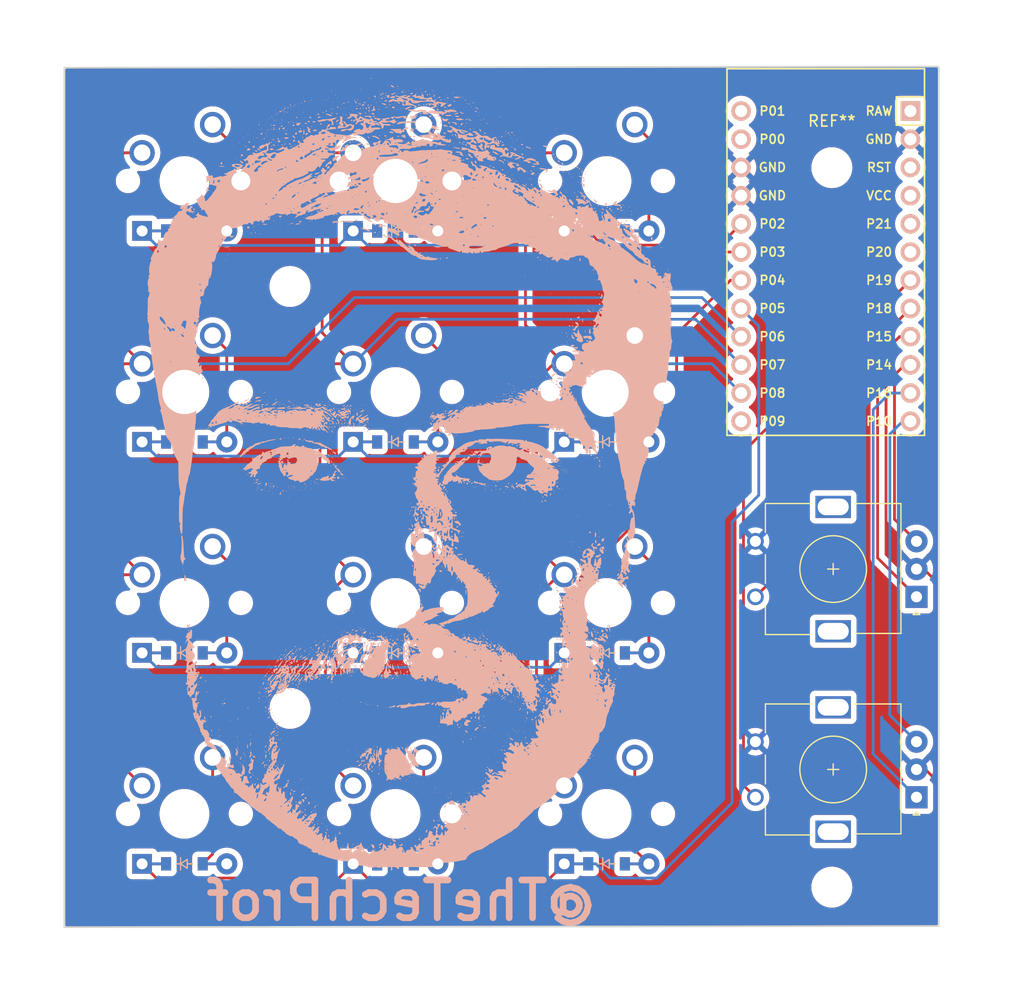
<source format=kicad_pcb>
(kicad_pcb (version 20221018) (generator pcbnew)
  (title_block (title "macro_pad") (rev "v1.0.0") (company "Unknown"))
  (layers (0 "F.Cu" signal) (31 "B.Cu" signal) (34 "B.Paste" user) (35 "F.Paste" user) (36 "B.SilkS" user "B.Silkscreen") (37 "F.SilkS" user "F.Silkscreen") (38 "B.Mask" user) (39 "F.Mask" user) (44 "Edge.Cuts" user))
  (net 0 "")
  (net 1 "left_bottom")
  (net 2 "P6")
  (net 3 "left_lower-mid")
  (net 4 "left_upper-mid")
  (net 5 "left_top")
  (net 6 "middle_bottom")
  (net 7 "P7")
  (net 8 "middle_lower-mid")
  (net 9 "middle_upper-mid")
  (net 10 "middle_top")
  (net 11 "right_bottom")
  (net 12 "P8")
  (net 13 "right_lower-mid")
  (net 14 "right_upper-mid")
  (net 15 "right_top")
  (net 16 "RAW")
  (net 17 "GND")
  (net 18 "RST")
  (net 19 "VCC")
  (net 20 "P21")
  (net 21 "P20")
  (net 22 "P19")
  (net 23 "P18")
  (net 24 "P15")
  (net 25 "P14")
  (net 26 "P16")
  (net 27 "P10")
  (net 28 "P1")
  (net 29 "P0")
  (net 30 "P2")
  (net 31 "P3")
  (net 32 "P4")
  (net 33 "P5")
  (net 34 "P9")
  (footprint "ComboDiode" (layer "F.Cu") (at 195.5 153.9)
    (fp_text reference "D6" hide)
    (fp_text value "" hide)
    (pad "1" thru_hole rect (at -3.81 0) (size 1.778 1.778) (drill 0.9906) (layers "*.Cu" "*.Mask") (net 32 "P4"))
    (pad "1" smd rect (at -1.65 0) (size 0.9 1.2) (layers "F.Cu" "F.Paste" "F.Mask") (net 32 "P4"))
    (pad "1" smd rect (at -1.65 0) (size 0.9 1.2) (layers "B.Cu" "B.Paste" "B.Mask") (net 32 "P4"))
    (pad "2" smd rect (at 1.65 0) (size 0.9 1.2) (layers "F.Cu" "F.Paste" "F.Mask") (net 8 "middle_lower-mid"))
    (pad "2" smd rect (at 1.65 0) (size 0.9 1.2) (layers "B.Cu" "B.Paste" "B.Mask") (net 8 "middle_lower-mid"))
    (pad "2" thru_hole circle (at 3.81 0) (size 1.905 1.905) (drill 0.9906) (layers "*.Cu" "*.Mask") (net 8 "middle_lower-mid"))
  )
  (footprint "MountingHole:MountingHole_3.2mm_M3" (layer "F.Cu") (at 234.78 175)
    (fp_text reference " " hide)
    (fp_text value "MountingHole_3.2mm_M3" hide)
    (pad "" np_thru_hole circle (at 0 0) (size 3.2 3.2) (drill 3.2) (layers "*.Cu" "*.Mask"))
  )
  (footprint "ComboDiode" (layer "F.Cu") (at 176.5 172.9)
    (fp_text reference "D1" hide)
    (fp_text value "" hide)
    (pad "1" thru_hole rect (at -3.81 0) (size 1.778 1.778) (drill 0.9906) (layers "*.Cu" "*.Mask") (net 33 "P5"))
    (pad "1" smd rect (at -1.65 0) (size 0.9 1.2) (layers "F.Cu" "F.Paste" "F.Mask") (net 33 "P5"))
    (pad "1" smd rect (at -1.65 0) (size 0.9 1.2) (layers "B.Cu" "B.Paste" "B.Mask") (net 33 "P5"))
    (pad "2" smd rect (at 1.65 0) (size 0.9 1.2) (layers "F.Cu" "F.Paste" "F.Mask") (net 1 "left_bottom"))
    (pad "2" smd rect (at 1.65 0) (size 0.9 1.2) (layers "B.Cu" "B.Paste" "B.Mask") (net 1 "left_bottom"))
    (pad "2" thru_hole circle (at 3.81 0) (size 1.905 1.905) (drill 0.9906) (layers "*.Cu" "*.Mask") (net 1 "left_bottom"))
  )
  (footprint "MX" (layer "F.Cu") (at 176.5 149.4)
    (fp_text reference "S2" hide)
    (fp_text value "" hide)
    (pad "" np_thru_hole circle (at -5.08 0) (size 1.7018 1.7018) (drill 1.7018) (layers "*.Cu" "*.Mask"))
    (pad "" np_thru_hole circle (at 0 0) (size 3.9878 3.9878) (drill 3.9878) (layers "*.Cu" "*.Mask"))
    (pad "" np_thru_hole circle (at 5.08 0) (size 1.7018 1.7018) (drill 1.7018) (layers "*.Cu" "*.Mask"))
    (pad "1" thru_hole circle (at 2.54 -5.08) (size 2.286 2.286) (drill 1.4986) (layers "*.Cu" "*.Mask") (net 3 "left_lower-mid"))
    (pad "2" thru_hole circle (at -3.81 -2.54) (size 2.286 2.286) (drill 1.4986) (layers "*.Cu" "*.Mask") (net 2 "P6"))
  )
  (footprint "MX" (layer "F.Cu") (at 214.5 111.4)
    (fp_text reference "S12" hide)
    (fp_text value "" hide)
    (pad "" np_thru_hole circle (at -5.08 0) (size 1.7018 1.7018) (drill 1.7018) (layers "*.Cu" "*.Mask"))
    (pad "" np_thru_hole circle (at 0 0) (size 3.9878 3.9878) (drill 3.9878) (layers "*.Cu" "*.Mask"))
    (pad "" np_thru_hole circle (at 5.08 0) (size 1.7018 1.7018) (drill 1.7018) (layers "*.Cu" "*.Mask"))
    (pad "1" thru_hole circle (at 2.54 -5.08) (size 2.286 2.286) (drill 1.4986) (layers "*.Cu" "*.Mask") (net 15 "right_top"))
    (pad "2" thru_hole circle (at -3.81 -2.54) (size 2.286 2.286) (drill 1.4986) (layers "*.Cu" "*.Mask") (net 12 "P8"))
  )
  (footprint "MX" (layer "F.Cu") (at 176.5 168.4)
    (fp_text reference "S1" hide)
    (fp_text value "" hide)
    (pad "" np_thru_hole circle (at -5.08 0) (size 1.7018 1.7018) (drill 1.7018) (layers "*.Cu" "*.Mask"))
    (pad "" np_thru_hole circle (at 0 0) (size 3.9878 3.9878) (drill 3.9878) (layers "*.Cu" "*.Mask"))
    (pad "" np_thru_hole circle (at 5.08 0) (size 1.7018 1.7018) (drill 1.7018) (layers "*.Cu" "*.Mask"))
    (pad "1" thru_hole circle (at 2.54 -5.08) (size 2.286 2.286) (drill 1.4986) (layers "*.Cu" "*.Mask") (net 1 "left_bottom"))
    (pad "2" thru_hole circle (at -3.81 -2.54) (size 2.286 2.286) (drill 1.4986) (layers "*.Cu" "*.Mask") (net 2 "P6"))
  )
  (footprint "ComboDiode" (layer "F.Cu") (at 176.5 134.9)
    (fp_text reference "D3" hide)
    (fp_text value "" hide)
    (pad "1" thru_hole rect (at -3.81 0) (size 1.778 1.778) (drill 0.9906) (layers "*.Cu" "*.Mask") (net 31 "P3"))
    (pad "1" smd rect (at -1.65 0) (size 0.9 1.2) (layers "F.Cu" "F.Paste" "F.Mask") (net 31 "P3"))
    (pad "1" smd rect (at -1.65 0) (size 0.9 1.2) (layers "B.Cu" "B.Paste" "B.Mask") (net 31 "P3"))
    (pad "2" smd rect (at 1.65 0) (size 0.9 1.2) (layers "F.Cu" "F.Paste" "F.Mask") (net 4 "left_upper-mid"))
    (pad "2" smd rect (at 1.65 0) (size 0.9 1.2) (layers "B.Cu" "B.Paste" "B.Mask") (net 4 "left_upper-mid"))
    (pad "2" thru_hole circle (at 3.81 0) (size 1.905 1.905) (drill 0.9906) (layers "*.Cu" "*.Mask") (net 4 "left_upper-mid"))
  )
  (footprint "ComboDiode" (layer "F.Cu") (at 195.5 172.9)
    (fp_text reference "D5" hide)
    (fp_text value "" hide)
    (pad "1" thru_hole rect (at -3.81 0) (size 1.778 1.778) (drill 0.9906) (layers "*.Cu" "*.Mask") (net 33 "P5"))
    (pad "1" smd rect (at -1.65 0) (size 0.9 1.2) (layers "F.Cu" "F.Paste" "F.Mask") (net 33 "P5"))
    (pad "1" smd rect (at -1.65 0) (size 0.9 1.2) (layers "B.Cu" "B.Paste" "B.Mask") (net 33 "P5"))
    (pad "2" smd rect (at 1.65 0) (size 0.9 1.2) (layers "F.Cu" "F.Paste" "F.Mask") (net 6 "middle_bottom"))
    (pad "2" smd rect (at 1.65 0) (size 0.9 1.2) (layers "B.Cu" "B.Paste" "B.Mask") (net 6 "middle_bottom"))
    (pad "2" thru_hole circle (at 3.81 0) (size 1.905 1.905) (drill 0.9906) (layers "*.Cu" "*.Mask") (net 6 "middle_bottom"))
  )
  (footprint "MX" (layer "F.Cu") (at 176.5 111.4)
    (fp_text reference "S4" hide)
    (fp_text value "" hide)
    (pad "" np_thru_hole circle (at -5.08 0) (size 1.7018 1.7018) (drill 1.7018) (layers "*.Cu" "*.Mask"))
    (pad "" np_thru_hole circle (at 0 0) (size 3.9878 3.9878) (drill 3.9878) (layers "*.Cu" "*.Mask"))
    (pad "" np_thru_hole circle (at 5.08 0) (size 1.7018 1.7018) (drill 1.7018) (layers "*.Cu" "*.Mask"))
    (pad "1" thru_hole circle (at 2.54 -5.08) (size 2.286 2.286) (drill 1.4986) (layers "*.Cu" "*.Mask") (net 5 "left_top"))
    (pad "2" thru_hole circle (at -3.81 -2.54) (size 2.286 2.286) (drill 1.4986) (layers "*.Cu" "*.Mask") (net 2 "P6"))
  )
  (footprint "ComboDiode" (layer "F.Cu") (at 176.5 153.9)
    (fp_text reference "D2" hide)
    (fp_text value "" hide)
    (pad "1" thru_hole rect (at -3.81 0) (size 1.778 1.778) (drill 0.9906) (layers "*.Cu" "*.Mask") (net 32 "P4"))
    (pad "1" smd rect (at -1.65 0) (size 0.9 1.2) (layers "F.Cu" "F.Paste" "F.Mask") (net 32 "P4"))
    (pad "1" smd rect (at -1.65 0) (size 0.9 1.2) (layers "B.Cu" "B.Paste" "B.Mask") (net 32 "P4"))
    (pad "2" smd rect (at 1.65 0) (size 0.9 1.2) (layers "F.Cu" "F.Paste" "F.Mask") (net 3 "left_lower-mid"))
    (pad "2" smd rect (at 1.65 0) (size 0.9 1.2) (layers "B.Cu" "B.Paste" "B.Mask") (net 3 "left_lower-mid"))
    (pad "2" thru_hole circle (at 3.81 0) (size 1.905 1.905) (drill 0.9906) (layers "*.Cu" "*.Mask") (net 3 "left_lower-mid"))
  )
  (footprint "MountingHole:MountingHole_3.2mm_M3" (layer "F.Cu") (at 186 158.9)
    (fp_text reference " " (at 0.4 -2.9) (layer "F.SilkS"))
    (fp_text value "MountingHole_3.2mm_M3")
    (pad "" np_thru_hole circle (at 0 0) (size 3.2 3.2) (drill 3.2) (layers "*.Cu" "*.Mask"))
  )
  (footprint "MX" (layer "F.Cu") (at 214.5 149.4)
    (fp_text reference "S10" hide)
    (fp_text value "" hide)
    (pad "" np_thru_hole circle (at -5.08 0) (size 1.7018 1.7018) (drill 1.7018) (layers "*.Cu" "*.Mask"))
    (pad "" np_thru_hole circle (at 0 0) (size 3.9878 3.9878) (drill 3.9878) (layers "*.Cu" "*.Mask"))
    (pad "" np_thru_hole circle (at 5.08 0) (size 1.7018 1.7018) (drill 1.7018) (layers "*.Cu" "*.Mask"))
    (pad "1" thru_hole circle (at 2.54 -5.08) (size 2.286 2.286) (drill 1.4986) (layers "*.Cu" "*.Mask") (net 13 "right_lower-mid"))
    (pad "2" thru_hole circle (at -3.81 -2.54) (size 2.286 2.286) (drill 1.4986) (layers "*.Cu" "*.Mask") (net 12 "P8"))
  )
  (footprint "ComboDiode" (layer "F.Cu") (at 195.5 134.9)
    (fp_text reference "D7" hide)
    (fp_text value "" hide)
    (pad "1" thru_hole rect (at -3.81 0) (size 1.778 1.778) (drill 0.9906) (layers "*.Cu" "*.Mask") (net 31 "P3"))
    (pad "1" smd rect (at -1.65 0) (size 0.9 1.2) (layers "F.Cu" "F.Paste" "F.Mask") (net 31 "P3"))
    (pad "1" smd rect (at -1.65 0) (size 0.9 1.2) (layers "B.Cu" "B.Paste" "B.Mask") (net 31 "P3"))
    (pad "2" smd rect (at 1.65 0) (size 0.9 1.2) (layers "F.Cu" "F.Paste" "F.Mask") (net 9 "middle_upper-mid"))
    (pad "2" smd rect (at 1.65 0) (size 0.9 1.2) (layers "B.Cu" "B.Paste" "B.Mask") (net 9 "middle_upper-mid"))
    (pad "2" thru_hole circle (at 3.81 0) (size 1.905 1.905) (drill 0.9906) (layers "*.Cu" "*.Mask") (net 9 "middle_upper-mid"))
  )
  (footprint "ComboDiode" (layer "F.Cu") (at 214.5 115.9)
    (fp_text reference "D12" hide)
    (fp_text value "" hide)
    (pad "1" thru_hole rect (at -3.81 0) (size 1.778 1.778) (drill 0.9906) (layers "*.Cu" "*.Mask") (net 30 "P2"))
    (pad "1" smd rect (at -1.65 0) (size 0.9 1.2) (layers "F.Cu" "F.Paste" "F.Mask") (net 30 "P2"))
    (pad "1" smd rect (at -1.65 0) (size 0.9 1.2) (layers "B.Cu" "B.Paste" "B.Mask") (net 30 "P2"))
    (pad "2" smd rect (at 1.65 0) (size 0.9 1.2) (layers "F.Cu" "F.Paste" "F.Mask") (net 15 "right_top"))
    (pad "2" smd rect (at 1.65 0) (size 0.9 1.2) (layers "B.Cu" "B.Paste" "B.Mask") (net 15 "right_top"))
    (pad "2" thru_hole circle (at 3.81 0) (size 1.905 1.905) (drill 0.9906) (layers "*.Cu" "*.Mask") (net 15 "right_top"))
  )
  (footprint "MX" (layer "F.Cu") (at 176.5 130.4)
    (fp_text reference "S3" hide)
    (fp_text value "" hide)
    (pad "" np_thru_hole circle (at -5.08 0) (size 1.7018 1.7018) (drill 1.7018) (layers "*.Cu" "*.Mask"))
    (pad "" np_thru_hole circle (at 0 0) (size 3.9878 3.9878) (drill 3.9878) (layers "*.Cu" "*.Mask"))
    (pad "" np_thru_hole circle (at 5.08 0) (size 1.7018 1.7018) (drill 1.7018) (layers "*.Cu" "*.Mask"))
    (pad "1" thru_hole circle (at 2.54 -5.08) (size 2.286 2.286) (drill 1.4986) (layers "*.Cu" "*.Mask") (net 4 "left_upper-mid"))
    (pad "2" thru_hole circle (at -3.81 -2.54) (size 2.286 2.286) (drill 1.4986) (layers "*.Cu" "*.Mask") (net 2 "P6"))
  )
  (footprint "MX" (layer "F.Cu") (at 195.5 149.4)
    (fp_text reference "S6" hide)
    (fp_text value "" hide)
    (pad "" np_thru_hole circle (at -5.08 0) (size 1.7018 1.7018) (drill 1.7018) (layers "*.Cu" "*.Mask"))
    (pad "" np_thru_hole circle (at 0 0) (size 3.9878 3.9878) (drill 3.9878) (layers "*.Cu" "*.Mask"))
    (pad "" np_thru_hole circle (at 5.08 0) (size 1.7018 1.7018) (drill 1.7018) (layers "*.Cu" "*.Mask"))
    (pad "1" thru_hole circle (at 2.54 -5.08) (size 2.286 2.286) (drill 1.4986) (layers "*.Cu" "*.Mask") (net 8 "middle_lower-mid"))
    (pad "2" thru_hole circle (at -3.81 -2.54) (size 2.286 2.286) (drill 1.4986) (layers "*.Cu" "*.Mask") (net 7 "P7"))
  )
  (footprint "ComboDiode" (layer "F.Cu") (at 176.5 115.9)
    (fp_text reference "D4" hide)
    (fp_text value "" hide)
    (pad "1" thru_hole rect (at -3.81 0) (size 1.778 1.778) (drill 0.9906) (layers "*.Cu" "*.Mask") (net 30 "P2"))
    (pad "1" smd rect (at -1.65 0) (size 0.9 1.2) (layers "F.Cu" "F.Paste" "F.Mask") (net 30 "P2"))
    (pad "1" smd rect (at -1.65 0) (size 0.9 1.2) (layers "B.Cu" "B.Paste" "B.Mask") (net 30 "P2"))
    (pad "2" smd rect (at 1.65 0) (size 0.9 1.2) (layers "F.Cu" "F.Paste" "F.Mask") (net 5 "left_top"))
    (pad "2" smd rect (at 1.65 0) (size 0.9 1.2) (layers "B.Cu" "B.Paste" "B.Mask") (net 5 "left_top"))
    (pad "2" thru_hole circle (at 3.81 0) (size 1.905 1.905) (drill 0.9906) (layers "*.Cu" "*.Mask") (net 5 "left_top"))
  )
  (footprint "ComboDiode" (layer "F.Cu") (at 214.5 172.9)
    (fp_text reference "D9" hide)
    (fp_text value "" hide)
    (pad "1" thru_hole rect (at -3.81 0) (size 1.778 1.778) (drill 0.9906) (layers "*.Cu" "*.Mask") (net 33 "P5"))
    (pad "1" smd rect (at -1.65 0) (size 0.9 1.2) (layers "F.Cu" "F.Paste" "F.Mask") (net 33 "P5"))
    (pad "1" smd rect (at -1.65 0) (size 0.9 1.2) (layers "B.Cu" "B.Paste" "B.Mask") (net 33 "P5"))
    (pad "2" smd rect (at 1.65 0) (size 0.9 1.2) (layers "F.Cu" "F.Paste" "F.Mask") (net 11 "right_bottom"))
    (pad "2" smd rect (at 1.65 0) (size 0.9 1.2) (layers "B.Cu" "B.Paste" "B.Mask") (net 11 "right_bottom"))
    (pad "2" thru_hole circle (at 3.81 0) (size 1.905 1.905) (drill 0.9906) (layers "*.Cu" "*.Mask") (net 11 "right_bottom"))
  )
  (footprint "MX" (layer "F.Cu") (at 195.5 168.4)
    (fp_text reference "S5" hide)
    (fp_text value "" hide)
    (pad "" np_thru_hole circle (at -5.08 0) (size 1.7018 1.7018) (drill 1.7018) (layers "*.Cu" "*.Mask"))
    (pad "" np_thru_hole circle (at 0 0) (size 3.9878 3.9878) (drill 3.9878) (layers "*.Cu" "*.Mask"))
    (pad "" np_thru_hole circle (at 5.08 0) (size 1.7018 1.7018) (drill 1.7018) (layers "*.Cu" "*.Mask"))
    (pad "1" thru_hole circle (at 2.54 -5.08) (size 2.286 2.286) (drill 1.4986) (layers "*.Cu" "*.Mask") (net 6 "middle_bottom"))
    (pad "2" thru_hole circle (at -3.81 -2.54) (size 2.286 2.286) (drill 1.4986) (layers "*.Cu" "*.Mask") (net 7 "P7"))
  )
  (footprint "MountingHole:MountingHole_3.2mm_M3" (layer "F.Cu") (at 234.78 110.2)
    (fp_text reference "REF**" (at 0 -4.2) (layer "F.SilkS"))
    (fp_text value "MountingHole_3.2mm_M3")
    (pad "" np_thru_hole circle (at 0 0) (size 3.2 3.2) (drill 3.2) (layers "*.Cu" "*.Mask"))
  )
  (footprint "rotary_encoder" (layer "F.Cu") (at 234.78 164.36 180)
    (fp_text reference "ROT1" hide)
    (fp_text value "")
    (pad "" thru_hole rect (at -0.12 -5.64 180) (size 3.2 2) (drill oval 2.8 1.5) (layers "*.Cu" "*.Mask"))
    (pad "" thru_hole rect (at -0.12 5.56 180) (size 3.2 2) (drill oval 2.8 1.5) (layers "*.Cu" "*.Mask"))
    (pad "1" thru_hole circle (at 6.88 -2.54 180) (size 1.5 1.5) (drill 1) (layers "*.Cu" "*.Mask") (net 22 "P19"))
    (pad "2" thru_hole circle (at 6.88 2.46 180) (size 1.5 1.5) (drill 1) (layers "*.Cu" "*.Mask") (net 17 "GND"))
    (pad "A" thru_hole rect (at -7.62 -2.54 180) (size 2 2) (drill 1) (layers "*.Cu" "*.Mask") (net 26 "P16"))
    (pad "B" thru_hole circle (at -7.62 2.46 180) (size 2 2) (drill 1) (layers "*.Cu" "*.Mask") (net 27 "P10"))
    (pad "C" thru_hole circle (at -7.62 -0.04 180) (size 2 2) (drill 1) (layers "*.Cu" "*.Mask") (net 17 "GND"))
  )
  (footprint "ComboDiode" (layer "F.Cu") (at 214.5 153.9)
    (fp_text reference "D10" hide)
    (fp_text value "" hide)
    (pad "1" thru_hole rect (at -3.81 0) (size 1.778 1.778) (drill 0.9906) (layers "*.Cu" "*.Mask") (net 32 "P4"))
    (pad "1" smd rect (at -1.65 0) (size 0.9 1.2) (layers "F.Cu" "F.Paste" "F.Mask") (net 32 "P4"))
    (pad "1" smd rect (at -1.65 0) (size 0.9 1.2) (layers "B.Cu" "B.Paste" "B.Mask") (net 32 "P4"))
    (pad "2" smd rect (at 1.65 0) (size 0.9 1.2) (layers "F.Cu" "F.Paste" "F.Mask") (net 13 "right_lower-mid"))
    (pad "2" smd rect (at 1.65 0) (size 0.9 1.2) (layers "B.Cu" "B.Paste" "B.Mask") (net 13 "right_lower-mid"))
    (pad "2" thru_hole circle (at 3.81 0) (size 1.905 1.905) (drill 0.9906) (layers "*.Cu" "*.Mask") (net 13 "right_lower-mid"))
  )
  (footprint "ProMicro" (layer "F.Cu") (at 234.23 119.07 -90)
    (fp_text reference "MCU1" hide)
    (fp_text value "" hide)
    (fp_text user "P08" (at 11.43 4.8) (layer "F.SilkS") (effects (font (size 0.8 0.8))))
    (fp_text user "P04" (at 1.27 4.8) (layer "F.SilkS") (effects (font (size 0.8 0.8))))
    (fp_text user "P16" (at 11.43 -4.8) (layer "F.SilkS") (effects (font (size 0.8 0.8))))
    (fp_text user "GND" (at -6.35 4.8) (layer "F.SilkS") (effects (font (size 0.8 0.8))))
    (fp_text user "VCC" (at -6.35 -4.8) (layer "F.SilkS") (effects (font (size 0.8 0.8))))
    (fp_text user "P03" (at -1.27 4.8) (layer "F.SilkS") (effects (font (size 0.8 0.8))))
    (fp_text user "P09" (at 13.97 4.8) (layer "F.SilkS") (effects (font (size 0.8 0.8))))
    (fp_text user "P02" (at -3.81 4.8) (layer "F.SilkS") (effects (font (size 0.8 0.8))))
    (fp_text user "GND" (at -11.43 -4.8) (layer "F.SilkS") (effects (font (size 0.8 0.8))))
    (fp_text user "P01" (at -13.97 4.8) (layer "F.SilkS") (effects (font (size 0.8 0.8))))
    (fp_text user "RAW" (at -13.97 -4.8) (layer "F.SilkS") (effects (font (size 0.8 0.8))))
    (fp_text user "P00" (at -11.43 4.8) (layer "F.SilkS") (effects (font (size 0.8 0.8))))
    (fp_text user "P10" (at 13.97 -4.8) (layer "F.SilkS") (effects (font (size 0.8 0.8))))
    (fp_text user "P07" (at 8.89 4.8) (layer "F.SilkS") (effects (font (size 0.8 0.8))))
    (fp_text user "P15" (at 6.35 -4.8) (layer "F.SilkS") (effects (font (size 0.8 0.8))))
    (fp_text user "RST" (at -8.89 -4.8) (layer "F.SilkS") (effects (font (size 0.8 0.8))))
    (fp_text user "P06" (at 6.35 4.8) (layer "F.SilkS") (effects (font (size 0.8 0.8))))
    (fp_text user "P05" (at 3.81 4.8) (layer "F.SilkS") (effects (font (size 0.8 0.8))))
    (fp_text user "P21" (at -3.81 -4.8) (layer "F.SilkS") (effects (font (size 0.8 0.8))))
    (fp_text user "P20" (at -1.27 -4.8) (layer "F.SilkS") (effects (font (size 0.8 0.8))))
    (fp_text user "P19" (at 1.27 -4.8) (layer "F.SilkS") (effects (font (size 0.8 0.8))))
    (fp_text user "P14" (at 8.89 -4.8) (layer "F.SilkS") (effects (font (size 0.8 0.8))))
    (fp_text user "GND" (at -8.89 4.8) (layer "F.SilkS") (effects (font (size 0.8 0.8))))
    (fp_text user "P18" (at 3.81 -4.8) (layer "F.SilkS") (effects (font (size 0.8 0.8))))
    (pad "1" thru_hole rect (at -13.97 -7.62 270) (size 1.7526 1.7526) (drill 1.0922) (layers "*.Cu" "*.SilkS" "*.Mask") (net 16 "RAW"))
    (pad "2" thru_hole circle (at -11.43 -7.62 270) (size 1.7526 1.7526) (drill 1.0922) (layers "*.Cu" "*.SilkS" "*.Mask") (net 17 "GND"))
    (pad "3" thru_hole circle (at -8.89 -7.62 270) (size 1.7526 1.7526) (drill 1.0922) (layers "*.Cu" "*.SilkS" "*.Mask") (net 18 "RST"))
    (pad "4" thru_hole circle (at -6.35 -7.62 270) (size 1.7526 1.7526) (drill 1.0922) (layers "*.Cu" "*.SilkS" "*.Mask") (net 19 "VCC"))
    (pad "5" thru_hole circle (at -3.81 -7.62 270) (size 1.7526 1.7526) (drill 1.0922) (layers "*.Cu" "*.SilkS" "*.Mask") (net 20 "P21"))
    (pad "6" thru_hole circle (at -1.27 -7.62 270) (size 1.7526 1.7526) (drill 1.0922) (layers "*.Cu" "*.SilkS" "*.Mask") (net 21 "P20"))
    (pad "7" thru_hole circle (at 1.27 -7.62 270) (size 1.7526 1.7526) (drill 1.0922) (layers "*.Cu" "*.SilkS" "*.Mask") (net 22 "P19"))
    (pad "8" thru_hole circle (at 3.81 -7.62 270) (size 1.7526 1.7526) (drill 1.0922) (layers "*.Cu" "*.SilkS" "*.Mask") (net 23 "P18"))
    (pad "9" thru_hole circle (at 6.35 -7.62 270) (size 1.7526 1.7526) (drill 1.0922) (layers "*.Cu" "*.SilkS" "*.Mask") (net 24 "P15"))
    (pad "10" thru_hole circle (at 8.89 -7.62 270) (size 1.7526 1.7526) (drill 1.0922) (layers "*.Cu" "*.SilkS" "*.Mask") (net 25 "P14"))
    (pad "11" thru_hole circle (at 11.43 -7.62 270) (size 1.7526 1.7526) (drill 1.0922) (layers "*.Cu" "*.SilkS" "*.Mask") (net 26 "P16"))
    (pad "12" thru_hole circle (at 13.97 -7.62 270) (size 1.7526 1.7526) (drill 1.0922) (layers "*.Cu" "*.SilkS" "*.Mask") (net 27 "P10"))
    (pad "13" thru_hole circle (at -13.97 7.62 270) (size 1.7526 1.7526) (drill 1.0922) (layers "*.Cu" "*.SilkS" "*.Mask") (net 28 "P1"))
    (pad "14" thru_hole circle (at -11.43 7.62 270) (size 1.7526 1.7526) (drill 1.0922) (layers "*.Cu" "*.SilkS" "*.Mask") (net 29 "P0"))
    (pad "15" thru_hole circle (at -8.89 7.62 270) (size 1.7526 1.7526) (drill 1.0922) (layers "*.Cu" "*.SilkS" "*.Mask") (net 17 "GND"))
    (pad "16" thru_hole circle (at -6.35 7.62 270) (size 1.7526 1.7526) (drill 1.0922) (layers "*.Cu" "*.SilkS" "*.Mask") (net 17 "GND"))
    (pad "17" thru_hole circle (at -3.81 7.62 270) (size 1.7526 1.7526) (drill 1.0922) (layers "*.Cu" "*.SilkS" "*.Mask") (net 30 "P2"))
    (pad "18" thru_hole circle (at -1.27 7.62 270) (size 1.7526 1.7526) (drill 1.0922) (layers "*.Cu" "*.SilkS" "*.Mask") (net 31 "P3"))
    (pad "19" thru_hole circle (at 1.27 7.62 270) (size 1.7526 1.7526) (drill 1.0922) (layers "*.Cu" "*.SilkS" "*.Mask") (net 32 "P4"))
    (pad "20" thru_hole circle (at 3.81 7.62 270) (size 1.7526 1.7526) (drill 1.0922) (layers "*.Cu" "*.SilkS" "*.Mask") (net 33 "P5"))
    (pad "21" thru_hole circle (at 6.35 7.62 270) (size 1.7526 1.7526) (drill 1.0922) (layers "*.Cu" "*.SilkS" "*.Mask") (net 2 "P6"))
    (pad "22" thru_hole circle (at 8.89 7.62 270) (size 1.7526 1.7526) (drill 1.0922) (layers "*.Cu" "*.SilkS" "*.Mask") (net 7 "P7"))
    (pad "23" thru_hole circle (at 11.43 7.62 270) (size 1.7526 1.7526) (drill 1.0922) (layers "*.Cu" "*.SilkS" "*.Mask") (net 12 "P8"))
    (pad "24" thru_hole circle (at 13.97 7.62 270) (size 1.7526 1.7526) (drill 1.0922) (layers "*.Cu" "*.SilkS" "*.Mask") (net 34 "P9"))
  )
  (footprint "MountingHole:MountingHole_3.2mm_M3" (layer "F.Cu") (at 186 120.9)
    (fp_text reference " " (at 0.5 -2.8) (layer "F.SilkS"))
    (fp_text value "MountingHole_3.2mm_M3")
    (pad "" np_thru_hole circle (at 0 0) (size 3.2 3.2) (drill 3.2) (layers "*.Cu" "*.Mask"))
  )
  (footprint "rotary_encoder" (layer "F.Cu") (at 234.78 146.31 180)
    (fp_text reference "ROT2" hide)
    (fp_text value "")
    (pad "" thru_hole rect (at -0.12 -5.64 180) (size 3.2 2) (drill oval 2.8 1.5) (layers "*.Cu" "*.Mask"))
    (pad "" thru_hole rect (at -0.12 5.56 180) (size 3.2 2) (drill oval 2.8 1.5) (layers "*.Cu" "*.Mask"))
    (pad "1" thru_hole circle (at 6.88 -2.54 180) (size 1.5 1.5) (drill 1) (layers "*.Cu" "*.Mask") (net 23 "P18"))
    (pad "2" thru_hole circle (at 6.88 2.46 180) (size 1.5 1.5) (drill 1) (layers "*.Cu" "*.Mask") (net 17 "GND"))
    (pad "A" thru_hole rect (at -7.62 -2.54 180) (size 2 2) (drill 1) (layers "*.Cu" "*.Mask") (net 24 "P15"))
    (pad "B" thru_hole circle (at -7.62 2.46 180) (size 2 2) (drill 1) (layers "*.Cu" "*.Mask") (net 25 "P14"))
    (pad "C" thru_hole circle (at -7.62 -0.04 180) (size 2 2) (drill 1) (layers "*.Cu" "*.Mask") (net 17 "GND"))
  )
  (footprint "ComboDiode" (layer "F.Cu") (at 214.5 134.9)
    (fp_text reference "D11" hide)
    (fp_text value "" hide)
    (pad "1" thru_hole rect (at -3.81 0) (size 1.778 1.778) (drill 0.9906) (layers "*.Cu" "*.Mask") (net 31 "P3"))
    (pad "1" smd rect (at -1.65 0) (size 0.9 1.2) (layers "F.Cu" "F.Paste" "F.Mask") (net 31 "P3"))
    (pad "1" smd rect (at -1.65 0) (size 0.9 1.2) (layers "B.Cu" "B.Paste" "B.Mask") (net 31 "P3"))
    (pad "2" smd rect (at 1.65 0) (size 0.9 1.2) (layers "F.Cu" "F.Paste" "F.Mask") (net 14 "right_upper-mid"))
    (pad "2" smd rect (at 1.65 0) (size 0.9 1.2) (layers "B.Cu" "B.Paste" "B.Mask") (net 14 "right_upper-mid"))
    (pad "2" thru_hole circle (at 3.81 0) (size 1.905 1.905) (drill 0.9906) (layers "*.Cu" "*.Mask") (net 14 "right_upper-mid"))
  )
  (footprint "MX" (layer "F.Cu") (at 214.5 130.4)
    (fp_text reference "S11" hide)
    (fp_text value "" hide)
    (pad "" np_thru_hole circle (at -5.08 0) (size 1.7018 1.7018) (drill 1.7018) (layers "*.Cu" "*.Mask"))
    (pad "" np_thru_hole circle (at 0 0) (size 3.9878 3.9878) (drill 3.9878) (layers "*.Cu" "*.Mask"))
    (pad "" np_thru_hole circle (at 5.08 0) (size 1.7018 1.7018) (drill 1.7018) (layers "*.Cu" "*.Mask"))
    (pad "1" thru_hole circle (at 2.54 -5.08) (size 2.286 2.286) (drill 1.4986) (layers "*.Cu" "*.Mask") (net 14 "right_upper-mid"))
    (pad "2" thru_hole circle (at -3.81 -2.54) (size 2.286 2.286) (drill 1.4986) (layers "*.Cu" "*.Mask") (net 12 "P8"))
  )
  (footprint "MX" (layer "F.Cu") (at 195.5 111.4)
    (fp_text reference "S8" hide)
    (fp_text value "" hide)
    (pad "" np_thru_hole circle (at -5.08 0) (size 1.7018 1.7018) (drill 1.7018) (layers "*.Cu" "*.Mask"))
    (pad "" np_thru_hole circle (at 0 0) (size 3.9878 3.9878) (drill 3.9878) (layers "*.Cu" "*.Mask"))
    (pad "" np_thru_hole circle (at 5.08 0) (size 1.7018 1.7018) (drill 1.7018) (layers "*.Cu" "*.Mask"))
    (pad "1" thru_hole circle (at 2.54 -5.08) (size 2.286 2.286) (drill 1.4986) (layers "*.Cu" "*.Mask") (net 10 "middle_top"))
    (pad "2" thru_hole circle (at -3.81 -2.54) (size 2.286 2.286) (drill 1.4986) (layers "*.Cu" "*.Mask") (net 7 "P7"))
  )
  (footprint "MX" (layer "F.Cu") (at 214.5 168.4)
    (fp_text reference "S9" hide)
    (fp_text value "" hide)
    (pad "" np_thru_hole circle (at -5.08 0) (size 1.7018 1.7018) (drill 1.7018) (layers "*.Cu" "*.Mask"))
    (pad "" np_thru_hole circle (at 0 0) (size 3.9878 3.9878) (drill 3.9878) (layers "*.Cu" "*.Mask"))
    (pad "" np_thru_hole circle (at 5.08 0) (size 1.7018 1.7018) (drill 1.7018) (layers "*.Cu" "*.Mask"))
    (pad "1" thru_hole circle (at 2.54 -5.08) (size 2.286 2.286) (drill 1.4986) (layers "*.Cu" "*.Mask") (net 11 "right_bottom"))
    (pad "2" thru_hole circle (at -3.81 -2.54) (size 2.286 2.286) (drill 1.4986) (layers "*.Cu" "*.Mask") (net 12 "P8"))
  )
  (footprint "ComboDiode" (layer "F.Cu") (at 195.5 115.9)
    (fp_text reference "D8" hide)
    (fp_text value "" hide)
    (pad "1" thru_hole rect (at -3.81 0) (size 1.778 1.778) (drill 0.9906) (layers "*.Cu" "*.Mask") (net 30 "P2"))
    (pad "1" smd rect (at -1.65 0) (size 0.9 1.2) (layers "F.Cu" "F.Paste" "F.Mask") (net 30 "P2"))
    (pad "1" smd rect (at -1.65 0) (size 0.9 1.2) (layers "B.Cu" "B.Paste" "B.Mask") (net 30 "P2"))
    (pad "2" smd rect (at 1.65 0) (size 0.9 1.2) (layers "F.Cu" "F.Paste" "F.Mask") (net 10 "middle_top"))
    (pad "2" smd rect (at 1.65 0) (size 0.9 1.2) (layers "B.Cu" "B.Paste" "B.Mask") (net 10 "middle_top"))
    (pad "2" thru_hole circle (at 3.81 0) (size 1.905 1.905) (drill 0.9906) (layers "*.Cu" "*.Mask") (net 10 "middle_top"))
  )
  (footprint "MX" (layer "F.Cu") (at 195.5 130.4)
    (fp_text reference "S7" hide)
    (fp_text value "" hide)
    (pad "" np_thru_hole circle (at -5.08 0) (size 1.7018 1.7018) (drill 1.7018) (layers "*.Cu" "*.Mask"))
    (pad "" np_thru_hole circle (at 0 0) (size 3.9878 3.9878) (drill 3.9878) (layers "*.Cu" "*.Mask"))
    (pad "" np_thru_hole circle (at 5.08 0) (size 1.7018 1.7018) (drill 1.7018) (layers "*.Cu" "*.Mask"))
    (pad "1" thru_hole circle (at 2.54 -5.08) (size 2.286 2.286) (drill 1.4986) (layers "*.Cu" "*.Mask") (net 9 "middle_upper-mid"))
    (pad "2" thru_hole circle (at -3.81 -2.54) (size 2.286 2.286) (drill 1.4986) (layers "*.Cu" "*.Mask") (net 7 "P7"))
  )
  (footprint "LOGO" (layer "B.Cu") (at 197.1 136.8 180)
    (fp_text reference " " (at 0 0) (layer "B.SilkS") (effects (font (size 1.5 1.5) (thickness 0.3)) (justify mirror)))
    (fp_text value " " hide)
  )
  (gr_line (start 165.7 101.2) (end 244.4 101.1) (stroke (width 0.15)) (layer "Edge.Cuts"))
  (gr_line (start 244.4 178.5) (end 244.4 101.1) (stroke (width 0.15)) (layer "Edge.Cuts"))
  (gr_line (start 165.7 178.6) (end 165.7 101.2) (stroke (width 0.15)) (layer "Edge.Cuts"))
  (gr_line (start 165.7 178.6) (end 244.4 178.5) (stroke (width 0.15)) (layer "Edge.Cuts"))
  (gr_text "@TheTechProf" (at 213.9 178.2) (layer "B.SilkS") (effects (font (size 3.4 3.4) (thickness 0.6) bold) (justify left bottom mirror)))
  (segment (start 179.04 172.01) (end 179.04 163.32) (width 0.25) (layer "F.Cu") (net 1))
  (segment (start 180.31 172.9) (end 178.15 172.9) (width 0.25) (layer "F.Cu") (net 1))
  (segment (start 178.15 172.9) (end 179.04 172.01) (width 0.25) (layer "F.Cu") (net 1))
  (segment (start 178.15 172.9) (end 180.31 172.9) (width 0.25) (layer "B.Cu") (net 1))
  (segment (start 170.1941 144.3641) (end 172.69 146.86) (width 0.25) (layer "F.Cu") (net 2))
  (segment (start 171.073554 127.86) (end 170.1941 128.739454) (width 0.25) (layer "F.Cu") (net 2))
  (segment (start 170 147.933554) (end 170 163.17) (width 0.25) (layer "F.Cu") (net 2))
  (segment (start 170.1941 125.3641) (end 172.69 127.86) (width 0.25) (layer "F.Cu") (net 2))
  (segment (start 170.1941 109.739454) (end 170.1941 125.3641) (width 0.25) (layer "F.Cu") (net 2))
  (segment (start 170 163.17) (end 172.69 165.86) (width 0.25) (layer "F.Cu") (net 2))
  (segment (start 172.69 146.86) (end 171.073554 146.86) (width 0.25) (layer "F.Cu") (net 2))
  (segment (start 171.073554 108.86) (end 170.1941 109.739454) (width 0.25) (layer "F.Cu") (net 2))
  (segment (start 170.1941 128.739454) (end 170.1941 144.3641) (width 0.25) (layer "F.Cu") (net 2))
  (segment (start 172.69 127.86) (end 171.073554 127.86) (width 0.25) (layer "F.Cu") (net 2))
  (segment (start 171.073554 146.86) (end 170 147.933554) (width 0.25) (layer "F.Cu") (net 2))
  (segment (start 172.69 108.86) (end 171.073554 108.86) (width 0.25) (layer "F.Cu") (net 2))
  (segment (start 226.61 125.42) (end 223.09 121.9) (width 0.25) (layer "B.Cu") (net 2))
  (segment (start 223.09 121.9) (end 191.8 121.9) (width 0.25) (layer "B.Cu") (net 2))
  (segment (start 191.8 121.9) (end 185.84 127.86) (width 0.25) (layer "B.Cu") (net 2))
  (segment (start 185.84 127.86) (end 172.69 127.86) (width 0.25) (layer "B.Cu") (net 2))
  (segment (start 180.31 153.9) (end 178.15 153.9) (width 0.25) (layer "F.Cu") (net 3))
  (segment (start 180.31 145.59) (end 179.04 144.32) (width 0.25) (layer "F.Cu") (net 3))
  (segment (start 180.31 153.9) (end 180.31 145.59) (width 0.25) (layer "F.Cu") (net 3))
  (segment (start 178.15 153.9) (end 180.31 153.9) (width 0.25) (layer "B.Cu") (net 3))
  (segment (start 180.31 134.9) (end 180.31 126.59) (width 0.25) (layer "F.Cu") (net 4))
  (segment (start 180.31 126.59) (end 179.04 125.32) (width 0.25) (layer "F.Cu") (net 4))
  (segment (start 178.15 134.9) (end 180.31 134.9) (width 0.25) (layer "F.Cu") (net 4))
  (segment (start 178.15 134.9) (end 180.31 134.9) (width 0.25) (layer "B.Cu") (net 4))
  (segment (start 180.31 115.9) (end 178.15 115.9) (width 0.25) (layer "F.Cu") (net 5))
  (segment (start 180.31 107.59) (end 179.04 106.32) (width 0.25) (layer "F.Cu") (net 5))
  (segment (start 180.31 115.9) (end 180.31 107.59) (width 0.25) (layer "F.Cu") (net 5))
  (segment (start 178.15 115.9) (end 180.31 115.9) (width 0.25) (layer "B.Cu") (net 5))
  (segment (start 198.04 172.01) (end 198.04 163.32) (width 0.25) (layer "F.Cu") (net 6))
  (segment (start 197.15 172.9) (end 198.04 172.01) (width 0.25) (layer "F.Cu") (net 6))
  (segment (start 197.15 172.9) (end 199.31 172.9) (width 0.25) (layer "F.Cu") (net 6))
  (segment (start 197.15 172.9) (end 199.31 172.9) (width 0.25) (layer "B.Cu") (net 6))
  (segment (start 188.7 143.87) (end 188.7 129.2) (width 0.25) (layer "F.Cu") (net 7))
  (segment (start 191.69 146.86) (end 188.7 143.87) (width 0.25) (layer "F.Cu") (net 7))
  (segment (start 190.04 127.86) (end 191.69 127.86) (width 0.25) (layer "F.Cu") (net 7))
  (segment (start 189.84 108.86) (end 191.69 108.86) (width 0.25) (layer "F.Cu") (net 7))
  (segment (start 191.69 127.86) (end 188.9 125.07) (width 0.25) (layer "F.Cu") (net 7))
  (segment (start 191.69 165.86) (end 189.1941 163.3641) (width 0.25) (layer "F.Cu") (net 7))
  (segment (start 189.1941 163.3641) (end 189.1941 148.892216) (width 0.25) (layer "F.Cu") (net 7))
  (segment (start 191.226316 146.86) (end 191.69 146.86) (width 0.25) (layer "F.Cu") (net 7))
  (segment (start 188.7 129.2) (end 190.04 127.86) (width 0.25) (layer "F.Cu") (net 7))
  (segment (start 189.1941 148.892216) (end 191.226316 146.86) (width 0.25) (layer "F.Cu") (net 7))
  (segment (start 188.9 109.8) (end 189.84 108.86) (width 0.25) (layer "F.Cu") (net 7))
  (segment (start 188.9 125.07) (end 188.9 109.8) (width 0.25) (layer "F.Cu") (net 7))
  (segment (start 226.61 127.96) (end 222.502 123.852) (width 0.25) (layer "B.Cu") (net 7))
  (segment (start 222.502 123.852) (end 195.698 123.852) (width 0.25) (layer "B.Cu") (net 7))
  (segment (start 195.698 123.852) (end 191.69 127.86) (width 0.25) (layer "B.Cu") (net 7))
  (segment (start 199.31 145.59) (end 198.04 144.32) (width 0.25) (layer "F.Cu") (net 8))
  (segment (start 199.31 153.9) (end 199.31 145.59) (width 0.25) (layer "F.Cu") (net 8))
  (segment (start 197.15 153.9) (end 199.31 153.9) (width 0.25) (layer "F.Cu") (net 8))
  (segment (start 197.15 153.9) (end 199.31 153.9) (width 0.25) (layer "B.Cu") (net 8))
  (segment (start 199.31 134.9) (end 199.31 126.59) (width 0.25) (layer "F.Cu") (net 9))
  (segment (start 197.15 134.9) (end 199.31 134.9) (width 0.25) (layer "F.Cu") (net 9))
  (segment (start 199.31 126.59) (end 198.04 125.32) (width 0.25) (layer "F.Cu") (net 9))
  (segment (start 197.15 134.9) (end 199.31 134.9) (width 0.25) (layer "B.Cu") (net 9))
  (segment (start 199.31 107.59) (end 198.04 106.32) (width 0.25) (layer "F.Cu") (net 10))
  (segment (start 197.15 115.9) (end 199.31 115.9) (width 0.25) (layer "F.Cu") (net 10))
  (segment (start 199.31 115.9) (end 199.31 107.59) (width 0.25) (layer "F.Cu") (net 10))
  (segment (start 197.15 115.9) (end 199.31 115.9) (width 0.25) (layer "B.Cu") (net 10))
  (segment (start 218.31 172.9) (end 217.04 171.63) (width 0.25) (layer "F.Cu") (net 11))
  (segment (start 216.15 172.9) (end 218.31 172.9) (width 0.25) (layer "F.Cu") (net 11))
  (segment (start 217.04 171.63) (end 217.04 163.32) (width 0.25) (layer "F.Cu") (net 11))
  (segment (start 216.15 172.9) (end 218.31 172.9) (width 0.25) (layer "B.Cu") (net 11))
  (segment (start 208.1941 163.3641) (end 208.1941 148.892216) (width 0.25) (layer "F.Cu") (net 12))
  (segment (start 210.69 165.86) (end 208.1941 163.3641) (width 0.25) (layer "F.Cu") (net 12))
  (segment (start 210.226316 146.86) (end 210.69 146.86) (width 0.25) (layer "F.Cu") (net 12))
  (segment (start 210.69 146.86) (end 208.1941 144.3641) (width 0.25) (layer "F.Cu") (net 12))
  (segment (start 209.74 127.86) (end 210.69 127.86) (width 0.25) (layer "F.Cu") (net 12))
  (segment (start 207.2 124.37) (end 207.2 110.733554) (width 0.25) (layer "F.Cu") (net 12))
  (segment (start 208.1941 129.4059) (end 209.74 127.86) (width 0.25) (layer "F.Cu") (net 12))
  (segment (start 210.69 127.86) (end 207.2 124.37) (width 0.25) (layer "F.Cu") (net 12))
  (segment (start 208.1941 144.3641) (end 208.1941 129.4059) (width 0.25) (layer "F.Cu") (net 12))
  (segment (start 208.1941 148.892216) (end 210.226316 146.86) (width 0.25) (layer "F.Cu") (net 12))
  (segment (start 207.2 110.733554) (end 209.073554 108.86) (width 0.25) (layer "F.Cu") (net 12))
  (segment (start 209.073554 108.86) (end 210.69 108.86) (width 0.25) (layer "F.Cu") (net 12))
  (segment (start 226.61 130.5) (end 223.97 127.86) (width 0.25) (layer "B.Cu") (net 12))
  (segment (start 223.97 127.86) (end 210.69 127.86) (width 0.25) (layer "B.Cu") (net 12))
  (segment (start 218.31 145.59) (end 217.04 144.32) (width 0.25) (layer "F.Cu") (net 13))
  (segment (start 218.31 153.9) (end 218.31 145.59) (width 0.25) (layer "F.Cu") (net 13))
  (segment (start 216.15 153.9) (end 218.31 153.9) (width 0.25) (layer "F.Cu") (net 13))
  (segment (start 216.15 153.9) (end 218.31 153.9) (width 0.25) (layer "B.Cu") (net 13))
  (segment (start 216.15 134.9) (end 218.31 134.9) (width 0.25) (layer "F.Cu") (net 14))
  (segment (start 218.31 126.59) (end 217.04 125.32) (width 0.25) (layer "F.Cu") (net 14))
  (segment (start 218.31 134.9) (end 218.31 126.59) (width 0.25) (layer "F.Cu") (net 14))
  (segment (start 216.15 134.9) (end 218.31 134.9) (width 0.25) (layer "B.Cu") (net 14))
  (segment (start 218.31 107.59) (end 217.04 106.32) (width 0.25) (layer "F.Cu") (net 15))
  (segment (start 218.31 115.9) (end 218.31 107.59) (width 0.25) (layer "F.Cu") (net 15))
  (segment (start 216.15 115.9) (end 218.31 115.9) (width 0.25) (layer "F.Cu") (net 15))
  (segment (start 216.15 115.9) (end 218.31 115.9) (width 0.25) (layer "B.Cu") (net 15))
  (segment (start 243.2 164.4) (end 244.1 165.3) (width 0.25) (layer "F.Cu") (net 17))
  (segment (start 244.1 165.3) (end 244.1 165.6) (width 0.25) (layer "F.Cu") (net 17))
  (segment (start 244.2 147.5) (end 244.2 147.7) (width 0.25) (layer "F.Cu") (net 17))
  (segment (start 242.4 164.4) (end 243.2 164.4) (width 0.25) (layer "F.Cu") (net 17))
  (segment (start 242.4 146.35) (end 243.05 146.35) (width 0.25) (layer "F.Cu") (net 17))
  (segment (start 243.05 146.35) (end 244.2 147.5) (width 0.25) (layer "F.Cu") (net 17))
  (segment (start 229.2 132.99) (end 241.85 120.34) (width 0.25) (layer "F.Cu") (net 22))
  (segment (start 226.825 135.775) (end 229.2 133.4) (width 0.25) (layer "F.Cu") (net 22))
  (segment (start 229.2 133.4) (end 229.2 132.99) (width 0.25) (layer "F.Cu") (net 22))
  (segment (start 226.825 165.825) (end 226.825 135.775) (width 0.25) (layer "F.Cu") (net 22))
  (segment (start 227.9 166.9) (end 226.825 165.825) (width 0.25) (layer "F.Cu") (net 22))
  (segment (start 229.3 135.43) (end 241.85 122.88) (width 0.25) (layer "F.Cu") (net 23))
  (segment (start 227.9 148.85) (end 229.3 147.45) (width 0.25) (layer "F.Cu") (net 23))
  (segment (start 229.3 147.45) (end 229.3 135.43) (width 0.25) (layer "F.Cu") (net 23))
  (segment (start 240.88 125.42) (end 241.85 125.42) (width 0.25) (layer "F.Cu") (net 24))
  (segment (start 238.9 145.35) (end 238.9 127.4) (width 0.25) (layer "F.Cu") (net 24))
  (segment (start 238.9 127.4) (end 240.88 125.42) (width 0.25) (layer "F.Cu") (net 24))
  (segment (start 242.4 148.85) (end 238.9 145.35) (width 0.25) (layer "F.Cu") (net 24))
  (segment (start 240.4187 128.8813) (end 241.34 127.96) (width 0.25) (layer "F.Cu") (net 25))
  (segment (start 242.4 143.85) (end 240.4187 141.8687) (width 0.25) (layer "F.Cu") (net 25))
  (segment (start 241.34 127.96) (end 241.85 127.96) (width 0.25) (layer "F.Cu") (net 25))
  (segment (start 240.4187 141.8687) (end 240.4187 128.8813) (width 0.25) (layer "F.Cu") (net 25))
  (segment (start 242.4 166.9) (end 238.5 163) (width 0.25) (layer "B.Cu") (net 26))
  (segment (start 240 130.5) (end 241.85 130.5) (width 0.25) (layer "B.Cu") (net 26))
  (segment (start 238.5 132) (end 240 130.5) (width 0.25) (layer "B.Cu") (net 26))
  (segment (start 238.5 163) (end 238.5 132) (width 0.25) (layer "B.Cu") (net 26))
  (segment (start 242.4 161.9) (end 240 159.5) (width 0.25) (layer "B.Cu") (net 27))
  (segment (start 240 159.5) (end 240 134.2) (width 0.25) (layer "B.Cu") (net 27))
  (segment (start 240 134.2) (end 241.16 133.04) (width 0.25) (layer "B.Cu") (net 27))
  (segment (start 241.16 133.04) (end 241.85 133.04) (width 0.25) (layer "B.Cu") (net 27))
  (segment (start 214.1275 117.1775) (end 224.6925 117.1775) (width 0.25) (layer "F.Cu") (net 30))
  (segment (start 210.69 115.9) (end 212.85 115.9) (width 0.25) (layer "F.Cu") (net 30))
  (segment (start 224.6925 117.1775) (end 226.61 115.26) (width 0.25) (layer "F.Cu") (net 30))
  (segment (start 191.69 115.9) (end 193.85 115.9) (width 0.25) (layer "F.Cu") (net 30))
  (segment (start 212.85 115.9) (end 214.1275 117.1775) (width 0.25) (layer "F.Cu") (net 30))
  (segment (start 172.69 115.9) (end 174.85 115.9) (width 0.25) (layer "F.Cu") (net 30))
  (segment (start 191.69 115.9) (end 192.9675 117.1775) (width 0.25) (layer "B.Cu") (net 30))
  (segment (start 172.69 115.9) (end 174.85 115.9) (width 0.25) (layer "B.Cu") (net 30))
  (segment (start 209.4125 117.1775) (end 210.69 115.9) (width 0.25) (layer "B.Cu") (net 30))
  (segment (start 191.69 115.9) (end 193.85 115.9) (width 0.25) (layer "B.Cu") (net 30))
  (segment (start 190.39 117.2) (end 191.69 115.9) (width 0.25) (layer "B.Cu") (net 30))
  (segment (start 192.9675 117.1775) (end 209.4125 117.1775) (width 0.25) (layer "B.Cu") (net 30))
  (segment (start 173.99 117.2) (end 190.39 117.2) (width 0.25) (layer "B.Cu") (net 30))
  (segment (start 210.69 115.9) (end 212.85 115.9) (width 0.25) (layer "B.Cu") (net 30))
  (segment (start 172.69 115.9) (end 173.99 117.2) (width 0.25) (layer "B.Cu") (net 30))
  (segment (start 212.85 134.9) (end 212.1311 134.1811) (width 0.25) (layer "F.Cu") (net 31))
  (segment (start 222.483934 117.8) (end 226.61 117.8) (width 0.25) (layer "F.Cu") (net 31))
  (segment (start 212.1311 128.152834) (end 222.483934 117.8) (width 0.25) (layer "F.Cu") (net 31))
  (segment (start 212.1311 134.1811) (end 212.1311 128.152834) (width 0.25) (layer "F.Cu") (net 31))
  (segment (start 172.69 134.9) (end 174.85 134.9) (width 0.25) (layer "F.Cu") (net 31))
  (segment (start 191.69 134.9) (end 193.85 134.9) (width 0.25) (layer "F.Cu") (net 31))
  (segment (start 210.69 134.9) (end 212.85 134.9) (width 0.25) (layer "F.Cu") (net 31))
  (segment (start 172.69 134.9) (end 174.85 134.9) (width 0.25) (layer "B.Cu") (net 31))
  (segment (start 172.69 134.9) (end 173.9675 136.1775) (width 0.25) (layer "B.Cu") (net 31))
  (segment (start 190.4125 136.1775) (end 191.69 134.9) (width 0.25) (layer "B.Cu") (net 31))
  (segment (start 210.69 134.9) (end 212.85 134.9) (width 0.25) (layer "B.Cu") (net 31))
  (segment (start 209.4125 136.1775) (end 210.69 134.9) (width 0.25) (layer "B.Cu") (net 31))
  (segment (start 191.69 134.9) (end 193.85 134.9) (width 0.25) (layer "B.Cu") (net 31))
  (segment (start 192.9675 136.1775) (end 209.4125 136.1775) (width 0.25) (layer "B.Cu") (net 31))
  (segment (start 173.9675 136.1775) (end 190.4125 136.1775) (width 0.25) (layer "B.Cu") (net 31))
  (segment (start 191.69 134.9) (end 192.9675 136.1775) (width 0.25) (layer "B.Cu") (net 31))
  (segment (start 212.1311 147.152834) (end 220.8059 138.478034) (width 0.25) (layer "F.Cu") (net 32))
  (segment (start 212.85 153.9) (end 212.1311 153.1811) (width 0.25) (layer "F.Cu") (net 32))
  (segment (start 220.8059 125.1941) (end 225.66 120.34) (width 0.25) (layer "F.Cu") (net 32))
  (segment (start 191.69 153.9) (end 193.85 153.9) (width 0.25) (layer "F.Cu") (net 32))
  (segment (start 220.8059 138.478034) (end 220.8059 125.1941) (width 0.25) (layer "F.Cu") (net 32))
  (segment (start 172.69 153.9) (end 174.85 153.9) (width 0.25) (layer "F.Cu") (net 32))
  (segment (start 212.1311 153.1811) (end 212.1311 147.152834) (width 0.25) (layer "F.Cu") (net 32))
  (segment (start 210.69 153.9) (end 212.85 153.9) (width 0.25) (layer "F.Cu") (net 32))
  (segment (start 225.66 120.34) (end 226.61 120.34) (width 0.25) (layer "F.Cu") (net 32))
  (segment (start 210.69 153.9) (end 212.85 153.9) (width 0.25) (layer "B.Cu") (net 32))
  (segment (start 209.39 155.2) (end 210.69 153.9) (width 0.25) (layer "B.Cu") (net 32))
  (segment (start 192.99 155.2) (end 209.39 155.2) (width 0.25) (layer "B.Cu") (net 32))
  (segment (start 174.85 153.9) (end 172.69 153.9) (width 0.25) (layer "B.Cu") (net 32))
  (segment (start 173.9675 155.1775) (end 190.4125 155.1775) (width 0.25) (layer "B.Cu") (net 32))
  (segment (start 190.4125 155.1775) (end 191.69 153.9) (width 0.25) (layer "B.Cu") (net 32))
  (segment (start 172.69 153.9) (end 173.9675 155.1775) (width 0.25) (layer "B.Cu") (net 32))
  (segment (start 191.69 153.9) (end 193.85 153.9) (width 0.25) (layer "B.Cu") (net 32))
  (segment (start 191.69 153.9) (end 192.99 155.2) (width 0.25) (layer "B.Cu") (net 32))
  (segment (start 192.9675 174.1775) (end 209.4125 174.1775) (width 0.25) (layer "F.Cu") (net 33))
  (segment (start 190.4125 174.1775) (end 191.69 172.9) (width 0.25) (layer "F.Cu") (net 33))
  (segment (start 191.69 172.9) (end 192.9675 174.1775) (width 0.25) (layer "F.Cu") (net 33))
  (segment (start 173.9675 174.1775) (end 190.4125 174.1775) (width 0.25) (layer "F.Cu") (net 33))
  (segment (start 172.69 172.9) (end 173.9675 174.1775) (width 0.25) (layer "F.Cu") (net 33))
  (segment (start 174.85 172.9) (end 172.69 172.9) (width 0.25) (layer "F.Cu") (net 33))
  (segment (start 212.85 172.9) (end 210.69 172.9) (width 0.25) (layer "F.Cu") (net 33))
  (segment (start 191.69 172.9) (end 193.85 172.9) (width 0.25) (layer "F.Cu") (net 33))
  (segment (start 209.4125 174.1775) (end 210.69 172.9) (width 0.25) (layer "F.Cu") (net 33))
  (segment (start 214.8275 174.1775) (end 219.0225 174.1775) (width 0.25) (layer "B.Cu") (net 33))
  (segment (start 219.0225 174.1775) (end 225.8 167.4) (width 0.25) (layer "B.Cu") (net 33))
  (segment (start 225.8 167.4) (end 225.8 142.1) (width 0.25) (layer "B.Cu") (net 33))
  (segment (start 228.2 124.47) (end 226.61 122.88) (width 0.25) (layer "B.Cu") (net 33))
  (segment (start 213.55 172.9) (end 214.8275 174.1775) (width 0.25) (layer "B.Cu") (net 33))
  (segment (start 212.85 172.9) (end 213.55 172.9) (width 0.25) (layer "B.Cu") (net 33))
  (segment (start 228.2 139.7) (end 228.2 124.47) (width 0.25) (layer "B.Cu") (net 33))
  (segment (start 210.69 172.9) (end 212.85 172.9) (width 0.25) (layer "B.Cu") (net 33))
  (segment (start 174.85 172.9) (end 172.69 172.9) (width 0.25) (layer "B.Cu") (net 33))
  (segment (start 191.69 172.9) (end 193.85 172.9) (width 0.25) (layer "B.Cu") (net 33))
  (segment (start 225.8 142.1) (end 228.2 139.7) (width 0.25) (layer "B.Cu") (net 33))
  (zone (net 17) (net_name "GND") (layers "F&B.Cu") (connect_pads (clearance 0.508)) (min_thickness 0.25) (fill yes (thermal_gap 0.5) (thermal_bridge_width 0.5))
    (polygon (pts (xy 159.9 95.8) (xy 159.9 184) (xy 251.8 184.3) (xy 252.1 95.1)))
  )
)
</source>
